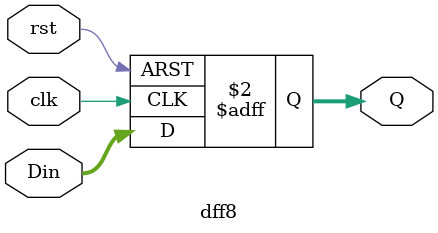
<source format=v>
`timescale 1ns / 1ps

module dff8(Din,Q,clk,rst); 

    input signed  [7:0]Din;
    input clk,rst;
    output reg signed [7:0] Q;
    always@(posedge clk or posedge rst)
    begin
    if(rst)
    Q<=0;
    else
    Q<=Din;
    end
    
endmodule

</source>
